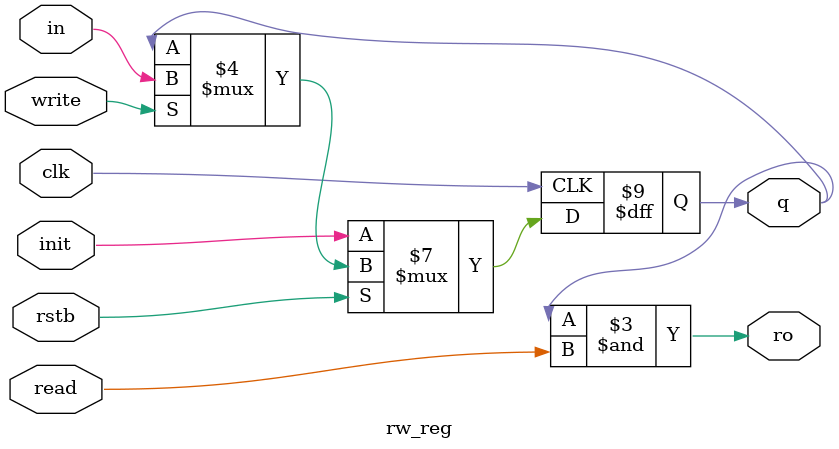
<source format=v>
`default_nettype none

module rw_reg (
    input   wire        clk,
    input   wire        rstb,
    input   wire        read,
    input   wire        write,
    input   wire        init,
    input   wire        in,
    output  wire        ro,
    output  reg         q
);

    always @(posedge clk)
    begin
        if (!rstb)
            q <= init;
        else if (write)
            q <= in;
    end

    and g_ro (ro, q, read);

endmodule
</source>
